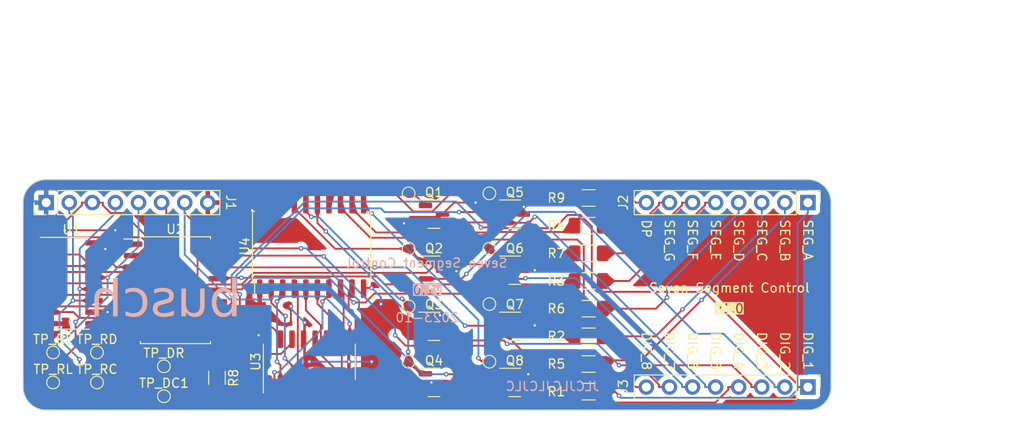
<source format=kicad_pcb>
(kicad_pcb (version 20221018) (generator pcbnew)
  (title_block (title "Seven Segment Control") (date "2023-10") (rev "v1.0") (company "busch"))
  (layers (0 "F.Cu" signal) (31 "B.Cu" signal) (34 "B.Paste" user) (35 "F.Paste" user) (36 "B.SilkS" user "B.Silkscreen") (37 "F.SilkS" user "F.Silkscreen") (38 "B.Mask" user) (39 "F.Mask" user) (44 "Edge.Cuts" user))
  (net 0 "")
  (net 1 "+5V")
  (net 2 "/REG_CLOCK")
  (net 3 "/REG_DATA")
  (net 4 "/REG_LATCH")
  (net 5 "/~{REG_ENABLE}")
  (net 6 "/DEC_CLOCK")
  (net 7 "/DEC_RESET")
  (net 8 "GND")
  (net 9 "/SEG_A")
  (net 10 "/SEG_B")
  (net 11 "/SEG_C")
  (net 12 "/SEG_D")
  (net 13 "/SEG_E")
  (net 14 "/SEG_F")
  (net 15 "/SEG_G")
  (net 16 "/DP")
  (net 17 "/DIG_1")
  (net 18 "/DIG_2")
  (net 19 "/DIG_3")
  (net 20 "/DIG_4")
  (net 21 "/DIG_5")
  (net 22 "/DIG_6")
  (net 23 "/DIG_7")
  (net 24 "/DIG_8")
  (net 25 "/DEC_1")
  (net 26 "/DEC_2")
  (net 27 "/DEC_3")
  (net 28 "/DEC_4")
  (net 29 "/DEC_5")
  (net 30 "/DEC_6")
  (net 31 "/DEC_7")
  (net 32 "/DEC_8")
  (net 33 "Net-(U2-O1)")
  (net 34 "Net-(U2-O3)")
  (net 35 "Net-(U2-O5)")
  (net 36 "Net-(U2-O7)")
  (net 37 "Net-(U2-O2)")
  (net 38 "Net-(U2-O4)")
  (net 39 "Net-(U2-O6)")
  (net 40 "Net-(U2-O8)")
  (net 43 "Net-(U3-Q5)")
  (net 44 "Net-(U3-Q1)")
  (net 45 "Net-(U3-Q0)")
  (net 46 "Net-(U3-Q2)")
  (net 47 "Net-(U3-Q6)")
  (net 48 "Net-(U3-Q7)")
  (net 49 "Net-(U3-Q3)")
  (net 50 "Net-(U3-Q4)")
  (net 53 "/QA")
  (net 54 "/QB")
  (net 55 "/QC")
  (net 56 "/QD")
  (net 57 "/QE")
  (net 58 "/QF")
  (net 59 "/QG")
  (net 60 "/QH")
  (footprint "Package_TO_SOT_SMD:SOT-23" (layer "F.Cu") (at 88.102 63.972)
    (fp_text reference "Q8")
    (fp_text value "BSS84")
  )
  (footprint "Resistor_SMD:R_1206_3216Metric_Pad1.30x1.75mm_HandSolder" (layer "F.Cu") (at 55.336 63.464 -90)
    (fp_text reference "R8")
    (fp_text value "10K")
  )
  (footprint "TestPoint:TestPoint_Pad_D1.0mm" (layer "F.Cu") (at 76.418 61.686)
    (fp_text reference "TP_DEC4" hide)
    (fp_text value "~")
  )
  (footprint "TestPoint:TestPoint_Pad_D1.0mm" (layer "F.Cu") (at 37.302 63.972)
    (fp_text reference "TP_RL")
    (fp_text value "~")
  )
  (footprint "Package_TO_SOT_SMD:SOT-23" (layer "F.Cu") (at 88.102 57.7913)
    (fp_text reference "Q7")
    (fp_text value "BSS84")
  )
  (footprint "Package_TO_SOT_SMD:SOT-23" (layer "F.Cu") (at 88.102 51.6107)
    (fp_text reference "Q6")
    (fp_text value "BSS84")
  )
  (footprint "TestPoint:TestPoint_Pad_D1.0mm" (layer "F.Cu") (at 37.302 60.67)
    (fp_text reference "TP_RE")
    (fp_text value "~")
  )
  (footprint "Package_TO_SOT_SMD:SOT-23" (layer "F.Cu") (at 79.212 51.6107)
    (fp_text reference "Q2")
    (fp_text value "BSS84")
  )
  (footprint "TestPoint:TestPoint_Pad_D1.0mm" (layer "F.Cu") (at 85.308 49.24)
    (fp_text reference "TP_DEC6" hide)
    (fp_text value "~")
  )
  (footprint "Connector_PinHeader_2.54mm:PinHeader_1x08_P2.54mm_Vertical" (layer "F.Cu") (at 120.36 44.16 -90)
    (fp_text reference "J2")
    (fp_text value "Segments")
  )
  (footprint "TestPoint:TestPoint_Pad_D1.0mm" (layer "F.Cu") (at 85.308 61.686)
    (fp_text reference "TP_DEC8" hide)
    (fp_text value "~")
  )
  (footprint "Package_TO_SOT_SMD:SOT-23" (layer "F.Cu") (at 79.212 45.43)
    (fp_text reference "Q1")
    (fp_text value "BSS84")
  )
  (footprint "Resistor_SMD:R_1206_3216Metric_Pad1.30x1.75mm_HandSolder" (layer "F.Cu") (at 96.23 43.652 180)
    (fp_text reference "R9")
    (fp_text value "150")
  )
  (footprint "Resistor_SMD:R_1206_3216Metric_Pad1.30x1.75mm_HandSolder" (layer "F.Cu") (at 96.23 46.7 180)
    (fp_text reference "R4")
    (fp_text value "150")
  )
  (footprint "Package_SO:SOIC-18W_7.5x11.6mm_P1.27mm" (layer "F.Cu") (at 50.764 53.812)
    (fp_text reference "U2")
    (fp_text value "ULN2803A")
  )
  (footprint "TestPoint:TestPoint_Pad_D1.0mm" (layer "F.Cu") (at 49.494 62.194)
    (fp_text reference "TP_DR")
    (fp_text value "~")
  )
  (footprint "TestPoint:TestPoint_Pad_D1.0mm" (layer "F.Cu") (at 76.418 55.59)
    (fp_text reference "TP_DEC3" hide)
    (fp_text value "~")
  )
  (footprint "Package_TO_SOT_SMD:SOT-23" (layer "F.Cu") (at 88.102 45.43)
    (fp_text reference "Q5")
    (fp_text value "BSS84")
  )
  (footprint "Package_TO_SOT_SMD:SOT-23" (layer "F.Cu") (at 79.212 63.972)
    (fp_text reference "Q4")
    (fp_text value "BSS84")
  )
  (footprint "Connector_PinHeader_2.54mm:PinHeader_1x08_P2.54mm_Vertical" (layer "F.Cu") (at 120.36 64.48 -90)
    (fp_text reference "J3")
    (fp_text value "Digits")
  )
  (footprint "Package_SO:SOIC-20W_7.5x12.8mm_P1.27mm" (layer "F.Cu") (at 65.75 48.986 90)
    (fp_text reference "U4")
    (fp_text value "74LS540")
  )
  (footprint "Package_SO:SOIC-16_3.9x9.9mm_P1.27mm" (layer "F.Cu") (at 39.334 53.05)
    (fp_text reference "U1")
    (fp_text value "74HC595")
  )
  (footprint "Resistor_SMD:R_1206_3216Metric_Pad1.30x1.75mm_HandSolder" (layer "F.Cu") (at 96.23 52.796 180)
    (fp_text reference "R3")
    (fp_text value "150")
  )
  (footprint "TestPoint:TestPoint_Pad_D1.0mm" (layer "F.Cu") (at 42.128 60.67)
    (fp_text reference "TP_RD")
    (fp_text value "~")
  )
  (footprint "Package_TO_SOT_SMD:SOT-23" (layer "F.Cu") (at 79.212 57.7913)
    (fp_text reference "Q3")
    (fp_text value "BSS84")
  )
  (footprint "TestPoint:TestPoint_Pad_D1.0mm" (layer "F.Cu") (at 42.128 63.972)
    (fp_text reference "TP_RC")
    (fp_text value "~")
  )
  (footprint "Resistor_SMD:R_1206_3216Metric_Pad1.30x1.75mm_HandSolder" (layer "F.Cu") (at 96.23 55.844 180)
    (fp_text reference "R6")
    (fp_text value "150")
  )
  (footprint "Resistor_SMD:R_1206_3216Metric_Pad1.30x1.75mm_HandSolder" (layer "F.Cu") (at 96.23 58.892 180)
    (fp_text reference "R2")
    (fp_text value "150")
  )
  (footprint "TestPoint:TestPoint_Pad_D1.0mm" (layer "F.Cu") (at 85.308 43.144)
    (fp_text reference "TP_DEC5" hide)
    (fp_text value "~")
  )
  (footprint "TestPoint:TestPoint_Pad_D1.0mm" (layer "F.Cu") (at 85.308 55.336)
    (fp_text reference "TP_DEC7" hide)
    (fp_text value "~")
  )
  (footprint "Package_SO:SOIC-16_3.9x9.9mm_P1.27mm" (layer "F.Cu") (at 65.496 61.686 90)
    (fp_text reference "U3")
    (fp_text value "4017")
  )
  (footprint "Resistor_SMD:R_1206_3216Metric_Pad1.30x1.75mm_HandSolder" (layer "F.Cu") (at 96.23 49.748 180)
    (fp_text reference "R7")
    (fp_text value "150")
  )
  (footprint "TestPoint:TestPoint_Pad_D1.0mm" (layer "F.Cu") (at 76.418 43.144)
    (fp_text reference "TP_DEC1" hide)
    (fp_text value "~")
  )
  (footprint "Connector_PinHeader_2.54mm:PinHeader_1x08_P2.54mm_Vertical" (layer "F.Cu") (at 36.54 44.16 90)
    (fp_text reference "J1")
    (fp_text value "Input")
  )
  (footprint "TestPoint:TestPoint_Pad_D1.0mm" (layer "F.Cu") (at 76.418 49.24)
    (fp_text reference "TP_DEC2" hide)
    (fp_text value "~")
  )
  (footprint "TestPoint:TestPoint_Pad_D1.0mm" (layer "F.Cu") (at 49.494 65.496)
    (fp_text reference "TP_DC1")
    (fp_text value "~")
  )
  (footprint "Resistor_SMD:R_1206_3216Metric_Pad1.30x1.75mm_HandSolder" (layer "F.Cu") (at 96.23 64.988 180)
    (fp_text reference "R1")
    (fp_text value "150")
  )
  (footprint "Resistor_SMD:R_1206_3216Metric_Pad1.30x1.75mm_HandSolder" (layer "F.Cu") (at 96.23 61.94 180)
    (fp_text reference "R5")
    (fp_text value "150")
  )
  (gr_arc (start 34 44.16) (mid 34.743949 42.363949) (end 36.54 41.62) (stroke (width 0.1)) (layer "Edge.Cuts"))
  (gr_arc (start 36.54 67.02) (mid 34.743949 66.276051) (end 34 64.48) (stroke (width 0.1)) (layer "Edge.Cuts"))
  (gr_line (start 36.54 41.62) (end 120.36 41.62) (stroke (width 0.1)) (layer "Edge.Cuts"))
  (gr_line (start 34 44.16) (end 34 64.48) (stroke (width 0.1)) (layer "Edge.Cuts"))
  (gr_arc (start 122.9 64.48) (mid 122.156051 66.276051) (end 120.36 67.02) (stroke (width 0.1)) (layer "Edge.Cuts"))
  (gr_arc (start 120.36 41.62) (mid 122.156051 42.363949) (end 122.9 44.16) (stroke (width 0.1)) (layer "Edge.Cuts"))
  (gr_line (start 122.9 64.48) (end 122.9 44.16) (stroke (width 0.1)) (layer "Edge.Cuts"))
  (gr_line (start 36.54 67.02) (end 120.36 67.02) (stroke (width 0.1)) (layer "Edge.Cuts"))
  (gr_text "${REVISION}" (at 78.45 53.812) (layer "B.SilkS" knockout) (effects (font (size 1 1)) (justify mirror)))
  (gr_text "${ISSUE_DATE}" (at 78.45 57.414875) (layer "B.SilkS") (effects (font (size 1 1)) (justify bottom mirror)))
  (gr_text "${COMPANY}" (at 41.366 57.368) (layer "B.SilkS") (effects (font (size 4 4)) (justify right bottom mirror)))
  (gr_text "${TITLE}" (at 78.45 50.810875) (layer "B.SilkS") (effects (font (size 1 1)) (justify mirror)))
  (gr_text "JLCJLCJLCJLC" (at 97.5 64.988) (layer "B.SilkS") (effects (font (size 1 1)) (justify left bottom mirror)))
  (gr_text locked "DIG_7" (at 105.12 62.702 270) (layer "F.SilkS") (effects (font (size 1 1)) (justify right)))
  (gr_text "${TITLE}" (at 111.724 53.558) (layer "F.SilkS") (effects (font (size 1 1))))
  (gr_text locked "SEG_F" (at 107.66 45.938 270) (layer "F.SilkS") (effects (font (size 1 1)) (justify left)))
  (gr_text locked "SEG_C" (at 115.28 45.938 270) (layer "F.SilkS") (effects (font (size 1 1)) (justify left)))
  (gr_text locked "SEG_D" (at 112.74 45.938 270) (layer "F.SilkS") (effects (font (size 1 1)) (justify left)))
  (gr_text locked "DIG_2" (at 117.82 62.702 270) (layer "F.SilkS") (effects (font (size 1 1)) (justify right)))
  (gr_text locked "DIG_4" (at 112.74 62.702 270) (layer "F.SilkS") (effects (font (size 1 1)) (justify right)))
  (gr_text locked "DIG_3" (at 115.28 62.702 270) (layer "F.SilkS") (effects (font (size 1 1)) (justify right)))
  (gr_text locked "DIG_1" (at 120.36 62.702 270) (layer "F.SilkS") (effects (font (size 1 1)) (justify right)))
  (gr_text locked "SEG_G" (at 105.12 45.938 270) (layer "F.SilkS") (effects (font (size 1 1)) (justify left)))
  (gr_text locked "DP" (at 102.58 45.938 270) (layer "F.SilkS") (effects (font (size 1 1)) (justify left)))
  (gr_text locked "DIG_6" (at 107.66 62.702 270) (layer "F.SilkS") (effects (font (size 1 1)) (justify right)))
  (gr_text locked "DIG_5" (at 110.2 62.702 270) (layer "F.SilkS") (effects (font (size 1 1)) (justify right)))
  (gr_text locked "SEG_E" (at 110.2 45.938 270) (layer "F.SilkS") (effects (font (size 1 1)) (justify left)))
  (gr_text locked "SEG_B" (at 117.82 45.938 270) (layer "F.SilkS") (effects (font (size 1 1)) (justify left)))
  (gr_text locked "DIG_8" (at 102.58 62.702 270) (layer "F.SilkS") (effects (font (size 1 1)) (justify right)))
  (gr_text locked "SEG_A" (at 120.36 45.938 270) (layer "F.SilkS") (effects (font (size 1 1)) (justify left)))
  (gr_text "${REVISION}" (at 111.724 55.844) (layer "F.SilkS" knockout) (effects (font (size 1 1))))
  (segment (start 80.1495 45.43) (end 79.8495 45.73) (width 0.2) (layer "F.Cu") (net 1))
  (segment (start 89.136 57.6948) (end 89.0395 57.7913) (width 0.2) (layer "F.Cu") (net 1))
  (segment (start 89.0439 51.6063) (end 89.0395 51.6107) (width 0.2) (layer "F.Cu") (net 1))
  (segment (start 44.16 47.208) (end 38.572 47.208) (width 0.2) (layer "F.Cu") (net 1))
  (segment (start 80.1495 45.43) (end 81.4195 44.16) (width 0.2) (layer "F.Cu") (net 1))
  (segment (start 81.4195 44.16) (end 83.784 44.16) (width 0.2) (layer "F.Cu") (net 1))
  (segment (start 76.626 45.73) (end 75.91 46.446) (width 0.2) (layer "F.Cu") (net 1))
  (segment (start 80.1495 56.8378) (end 80.1495 57.7913) (width 0.2) (layer "F.Cu") (net 1))
  (segment (start 43.2923 56.225) (end 41.809 56.225) (width 0.2) (layer "F.Cu") (net 1))
  (segment (start 81.6843 51.7182) (end 80.257 51.7182) (width 0.2) (layer "F.Cu") (net 1))
  (segment (start 80.257 51.7182) (end 80.1495 51.6107) (width 0.2) (layer "F.Cu") (net 1))
  (segment (start 89.0395 63.6164) (end 89.0395 63.972) (width 0.2) (layer "F.Cu") (net 1))
  (segment (start 90.3013 57.6948) (end 89.136 57.6948) (width 0.2) (layer "F.Cu") (net 1))
  (segment (start 59.3604 45.0106) (end 60.035 44.336) (width 0.2) (layer "F.Cu") (net 1))
  (segment (start 60.6113 58.7713) (end 59.921 58.7713) (width 0.2) (layer "F.Cu") (net 1))
  (segment (start 59.1922 45.0106) (end 59.3604 45.0106) (width 0.2) (layer "F.Cu") (net 1))
  (segment (start 90.3013 51.6063) (end 89.0439 51.6063) (width 0.2) (layer "F.Cu") (net 1))
  (segment (start 89.0395 45.43) (end 89.0395 44.6659) (width 0.2) (layer "F.Cu") (net 1))
  (segment (start 78.9307 63.972) (end 80.1495 63.972) (width 0.2) (layer "F.Cu") (net 1))
  (segment (start 79.8495 45.73) (end 76.626 45.73) (width 0.2) (layer "F.Cu") (net 1))
  (segment (start 89.0395 44.6659) (end 89.0946 44.6108) (width 0.2) (layer "F.Cu") (net 1))
  (segment (start 61.051 59.211) (end 60.6113 58.7713) (width 0.2) (layer "F.Cu") (net 1))
  (segment (start 43.0448 49.2731) (end 42.3767 48.605) (width 0.2) (layer "F.Cu") (net 1))
  (segment (start 89.5875 63.0684) (end 89.0395 63.6164) (width 0.2) (layer "F.Cu") (net 1))
  (segment (start 42.3767 48.605) (end 41.809 48.605) (width 0.2) (layer "F.Cu") (net 1))
  (segment (start 79.8838 56.5721) (end 80.1495 56.8378) (width 0.2) (layer "F.Cu") (net 1))
  (via (at 89.0946 44.6108) (size 0.5) (drill 0.25) (layers "F.Cu" "B.Cu") (net 1))
  (via (at 79.8838 56.5721) (size 0.5) (drill 0.25) (layers "F.Cu" "B.Cu") (net 1))
  (via (at 43.0448 49.2731) (size 0.5) (drill 0.25) (layers "F.Cu" "B.Cu") (net 1))
  (via (at 59.921 58.7713) (size 0.5) (drill 0.25) (layers "F.Cu" "B.Cu") (net 1))
  (via (at 83.784 44.16) (size 0.5) (drill 0.25) (layers "F.Cu" "B.Cu") (net 1))
  (via (at 43.2923 56.225) (size 0.5) (drill 0.25) (layers "F.Cu" "B.Cu") (net 1))
  (via (at 90.3013 57.6948) (size 0.5) (drill 0.25) (layers "F.Cu" "B.Cu") (net 1))
  (via (at 78.9307 63.972) (size 0.5) (drill 0.25) (layers "F.Cu" "B.Cu") (net 1))
  (via (at 89.5875 63.0684) (size 0.5) (drill 0.25) (layers "F.Cu" "B.Cu") (net 1))
  (via (at 75.91 46.446) (size 0.5) (drill 0.25) (layers "F.Cu" "B.Cu") (net 1))
  (via (at 59.1922 45.0106) (size 0.5) (drill 0.25) (layers "F.Cu" "B.Cu") (net 1))
  (via (at 90.3013 51.6063) (size 0.5) (drill 0.25) (layers "F.Cu" "B.Cu") (net 1))
  (via (at 38.572 47.208) (size 0.5) (drill 0.25) (layers "F.Cu" "B.Cu") (net 1))
  (via (at 44.16 47.208) (size 0.5) (drill 0.25) (layers "F.Cu" "B.Cu") (net 1))
  (via (at 81.6843 51.7182) (size 0.5) (drill 0.25) (layers "F.Cu" "B.Cu") (net 1))
  (segment (start 39.4889 54.955) (end 39.4857 54.9518) (width 0.2) (layer "F.Cu") (net 2))
  (segment (start 40.2061 62.0501) (end 42.128 63.972) (width 0.2) (layer "F.Cu") (net 2))
  (segment (start 40.2061 61.4204) (end 40.2061 62.0501) (width 0.2) (layer "F.Cu") (net 2))
  (segment (start 41.809 54.955) (end 39.4889 54.955) (width 0.2) (layer "F.Cu") (net 2))
  (via (at 40.2061 61.4204) (size 0.5) (drill 0.25) (layers "F.Cu" "B.Cu") (net 2))
  (via (at 39.4857 54.9518) (size 0.5) (drill 0.25) (layers "F.Cu" "B.Cu") (net 2))
  (segment (start 39.08 44.16) (end 39.08 45.3119) (width 0.2) (layer "B.Cu") (net 2))
  (segment (start 39.4857 45.7176) (end 39.4857 54.9518) (width 0.2) (layer "B.Cu") (net 2))
  (segment (start 39.08 45.3119) (end 39.4857 45.7176) (width 0.2) (layer "B.Cu") (net 2))
  (segment (start 38.0016 56.4359) (end 38.0016 59.2159) (width 0.2) (layer "B.Cu") (net 2))
  (segment (start 39.4857 54.9518) (end 38.0016 56.4359) (width 0.2) (layer "B.Cu") (net 2))
  (segment (start 38.0016 59.2159) (end 40.2061 61.4204) (width 0.2) (layer "B.Cu") (net 2))
  (segment (start 37.9349 50.51) (end 35.8402 50.51) (width 0.2) (layer "F.Cu") (net 3))
  (segment (start 43.6357 45.3119) (end 42.7719 44.4481) (width 0.2) (layer "F.Cu") (net 3))
  (segment (start 42.7719 44.4481) (end 42.7719 44.16) (width 0.2) (layer "F.Cu") (net 3))
  (segment (start 38.5699 51.145) (end 37.9349 50.51) (width 0.2) (layer "F.Cu") (net 3))
  (segment (start 44.541 58.257) (end 47.213 58.257) (width 0.2) (layer "F.Cu") (net 3))
  (segment (start 36.201 47.5795) (end 37.3171 47.5795) (width 0.2) (layer "F.Cu") (net 3))
  (segment (start 47.8811 48.1784) (end 45.0146 45.3119) (width 0.2) (layer "F.Cu") (net 3))
  (segment (start 35.8402 50.51) (end 35.5759 50.2457) (width 0.2) (layer "F.Cu") (net 3))
  (segment (start 35.5759 48.2046) (end 36.201 47.5795) (width 0.2) (layer "F.Cu") (net 3))
  (segment (start 41.809 51.145) (end 38.5699 51.145) (width 0.2) (layer "F.Cu") (net 3))
  (segment (start 35.5759 50.2457) (end 35.5759 48.2046) (width 0.2) (layer "F.Cu") (net 3))
  (segment (start 47.8811 57.5889) (end 47.8811 48.1784) (width 0.2) (layer "F.Cu") (net 3))
  (segment (start 37.3171 47.5795) (end 40.4681 44.4285) (width 0.2) (layer "F.Cu") (net 3))
  (segment (start 45.0146 45.3119) (end 43.6357 45.3119) (width 0.2) (layer "F.Cu") (net 3))
  (segment (start 47.213 58.257) (end 47.8811 57.5889) (width 0.2) (layer "F.Cu") (net 3))
  (segment (start 42.128 60.67) (end 44.541 58.257) (width 0.2) (layer "F.Cu") (net 3))
  (segment (start 40.4681 44.4285) (end 40.4681 44.16) (width 0.2) (layer "F.Cu") (net 3))
  (segment (start 41.62 44.16) (end 40.4681 44.16) (width 0.2) (layer "F.Cu") (net 3))
  (segment (start 41.62 44.16) (end 42.7719 44.16) (width 0.2) (layer "F.Cu") (net 3))
  (segment (start 41.809 53.685) (end 40.2447 53.685) (width 0.2) (layer "F.Cu") (net 4))
  (segment (start 37.302 62.4936) (end 39.7709 60.0247) (width 0.2) (layer "F.Cu") (net 4))
  (segment (start 37.302 63.972) (end 37.302 62.4936) (width 0.2) (layer "F.Cu") (net 4))
  (segment (start 39.7709 60.0247) (end 39.7709 57.3028) (width 0.2) (layer "F.Cu") (net 4))
  (segment (start 40.2447 53.685) (end 40.2335 53.6738) (width 0.2) (layer "F.Cu") (net 4))
  (via (at 40.2335 53.6738) (size 0.5) (drill 0.25) (layers "F.Cu" "B.Cu") (net 4))
  (via (at 39.7709 57.3028) (size 0.5) (drill 0.25) (layers "F.Cu" "B.Cu") (net 4))
  (segment (start 40.2335 49.2384) (end 40.2335 53.6738) (width 0.2) (layer "B.Cu") (net 4))
  (segment (start 44.16 45.3119) (end 40.2335 49.2384) (width 0.2) (layer "B.Cu") (net 4))
  (segment (start 40.2335 53.6738) (end 40.2335 56.8402) (width 0.2) (layer "B.Cu") (net 4))
  (segment (start 44.16 44.16) (end 44.16 45.3119) (width 0.2) (layer "B.Cu") (net 4))
  (segment (start 40.2335 56.8402) (end 39.7709 57.3028) (width 0.2) (layer "B.Cu") (net 4))
  (segment (start 38.5535 58.918) (end 37.302 60.1695) (width 0.2) (layer "F.Cu") (net 5))
  (segment (start 37.302 60.1695) (end 37.302 60.67) (width 0.2) (layer "F.Cu") (net 5))
  (segment (start 41.809 52.415) (end 43.2792 52.415) (width 0.2) (layer "F.Cu") (net 5))
  (segment (start 43.2792 52.415) (end 43.2923 52.4281) (width 0.2) (layer "F.Cu") (net 5))
  (via (at 43.2923 52.4281) (size 0.5) (drill 0.25) (layers "F.Cu" "B.Cu") (net 5))
  (via (at 38.5535 58.918) (size 0.5) (drill 0.25) (layers "F.Cu" "B.Cu") (net 5))
  (segment (start 46.7 44.16) (end 46.7 49.0204) (width 0.2) (layer "B.Cu") (net 5))
  (segment (start 43.2923 54.5621) (end 38.9364 58.918) (width 0.2) (layer "B.Cu") (net 5))
  (segment (start 43.2923 52.4281) (end 43.2923 54.5621) (width 0.2) (layer "B.Cu") (net 5))
  (segment (start 38.9364 58.918) (end 38.5535 58.918) (width 0.2) (layer "B.Cu") (net 5))
  (segment (start 46.7 49.0204) (end 43.2923 52.4281) (width 0.2) (layer "B.Cu") (net 5))
  (segment (start 49.748 44.668) (end 49.24 44.16) (width 0.2) (layer "F.Cu") (net 6))
  (segment (start 49.24 63.972) (end 47.97 62.702) (width 0.2) (layer "F.Cu") (net 6))
  (segment (start 63.591 59.6048) (end 63.591 59.211) (width 0.2) (layer "F.Cu") (net 6))
  (segment (start 49.494 65.496) (end 50.5633 64.4267) (width 0.2) (layer "F.Cu") (net 6))
  (segment (start 56.4235 60.8265) (end 62.3693 60.8265) (width 0.2) (layer "F.Cu") (net 6))
  (segment (start 53.076 61.914) (end 55.336 61.914) (width 0.2) (layer "F.Cu") (net 6))
  (segment (start 47.97 61.686) (end 49.748 59.908) (width 0.2) (layer "F.Cu") (net 6))
  (segment (start 50.5633 64.4267) (end 53.076 61.914) (width 0.2) (layer "F.Cu") (net 6))
  (segment (start 49.748 59.908) (end 49.748 44.668) (width 0.2) (layer "F.Cu") (net 6))
  (segment (start 47.97 62.702) (end 47.97 61.686) (width 0.2) (layer "F.Cu") (net 6))
  (segment (start 55.336 61.914) (end 56.4235 60.8265) (width 0.2) (layer "F.Cu") (net 6))
  (segment (start 50.1086 63.972) (end 49.24 63.972) (width 0.2) (layer "F.Cu") (net 6))
  (segment (start 50.5633 64.4267) (end 50.1086 63.972) (width 0.2) (layer "F.Cu") (net 6))
  (segment (start 62.3693 60.8265) (end 63.591 59.6048) (width 0.2) (layer "F.Cu") (net 6))
  (segment (start 51.78 44.16) (end 51.78 45.3119) (width 0.2) (layer "F.Cu") (net 7))
  (segment (start 51.78 45.3119) (end 53.1967 46.7286) (width 0.2) (layer "F.Cu") (net 7))
  (segment (start 61.4565 57.9225) (end 57.2945 57.9225) (width 0.2) (layer "F.Cu") (net 7))
  (segment (start 69.9415 57.5171) (end 69.941 57.5176) (width 0.2) (layer "F.Cu") (net 7))
  (segment (start 57.2945 57.9225) (end 56.96 58.257) (width 0.2) (layer "F.Cu") (net 7))
  (segment (start 53.1967 58.4913) (end 49.494 62.194) (width 0.2) (layer "F.Cu") (net 7))
  (segment (start 69.941 57.5176) (end 69.941 59.211) (width 0.2) (layer "F.Cu") (net 7))
  (segment (start 62.321 58.787) (end 61.4565 57.9225) (width 0.2) (layer "F.Cu") (net 7))
  (segment (start 53.1967 46.7286) (end 53.1967 58.257) (width 0.2) (layer "F.Cu") (net 7))
  (segment (start 53.1967 58.257) (end 53.1967 58.4913) (width 0.2) (layer "F.Cu") (net 7))
  (segment (start 56.96 58.257) (end 53.1967 58.257) (width 0.2) (layer "F.Cu") (net 7))
  (segment (start 62.321 59.211) (end 62.321 58.787) (width 0.2) (layer "F.Cu") (net 7))
  (via (at 69.9415 57.5171) (size 0.5) (drill 0.25) (layers "F.Cu" "B.Cu") (net 7))
  (segment (start 51.78 44.16) (end 51.78 49.8849) (width 0.2) (layer "B.Cu") (net 7))
  (segment (start 61.5124 54.4951) (end 67.1737 54.4951) (width 0.2) (layer "B.Cu") (net 7))
  (segment (start 67.1737 54.4951) (end 69.9415 57.2629) (width 0.2) (layer "B.Cu") (net 7))
  (segment (start 56.7311 54.836) (end 61.1715 54.836) (width 0.2) (layer "B.Cu") (net 7))
  (segment (start 51.78 49.8849) (end 56.7311 54.836) (width 0.2) (layer "B.Cu") (net 7))
  (segment (start 69.9415 57.2629) (end 69.9415 57.5171) (width 0.2) (layer "B.Cu") (net 7))
  (segment (start 61.1715 54.836) (end 61.5124 54.4951) (width 0.2) (layer "B.Cu") (net 7))
  (segment (start 44.922 58.892) (end 44.414 59.4) (width 0.3) (layer "F.Cu") (net 8))
  (segment (start 69.941 61.7715) (end 69.941 64.161) (width 0.2) (layer "F.Cu") (net 8))
  (segment (start 46.114 58.892) (end 48.224 58.892) (width 0.3) (layer "F.Cu") (net 8))
  (segment (start 63.464 55.59) (end 63.464 57.368) (width 0.2) (layer "F.Cu") (net 8))
  (segment (start 46.114 58.892) (end 44.922 58.892) (width 0.3) (layer "F.Cu") (net 8))
  (segment (start 72.354 53.558) (end 71.543 53.558) (width 0.2) (layer "F.Cu") (net 8))
  (segment (start 44.414 59.4) (end 44.414 60.416) (width 0.3) (layer "F.Cu") (net 8))
  (segment (start 69.8555 61.686) (end 69.941 61.7715) (width 0.2) (layer "F.Cu") (net 8))
  (segment (start 71.543 53.558) (end 71.465 53.636) (width 0.2) (layer "F.Cu") (net 8))
  (via (at 63.464 55.59) (size 0.5) (drill 0.25) (layers "F.Cu" "B.Cu") (net 8))
  (via (at 72.354 53.558) (size 0.5) (drill 0.25) (layers "F.Cu" "B.Cu") (net 8))
  (via (at 73.37 55.336) (size 0.5) (drill 0.25) (layers "F.Cu" "B.Cu") (net 8))
  (via (at 65.496 61.686) (size 0.5) (drill 0.25) (layers "F.Cu" "B.Cu") (net 8))
  (via (at 69.8555 61.686) (size 0.5) (drill 0.25) (layers "F.Cu" "B.Cu") (net 8))
  (via (at 72.354 61.686) (size 0.5) (drill 0.25) (layers "F.Cu" "B.Cu") (net 8))
  (via (at 64.988 57.368) (size 0.5) (drill 0.25) (layers "F.Cu" "B.Cu") (net 8))
  (segment (start 69.8555 61.686) (end 72.354 61.686) (width 0.2) (layer "B.Cu") (net 8))
  (segment (start 65.496 61.686) (end 69.8555 61.686) (width 0.2) (layer "B.Cu") (net 8))
  (segment (start 73.37 55.336) (end 73.37 54.574) (width 0.2) (layer "B.Cu") (net 8))
  (segment (start 64.988 57.368) (end 63.464 55.844) (width 0.2) (layer "B.Cu") (net 8))
  (segment (start 73.37 54.574) (end 72.354 53.558) (width 0.2) (layer "B.Cu") (net 8))
  (segment (start 63.464 55.844) (end 63.464 55.59) (width 0.2) (layer "B.Cu") (net 8))
  (segment (start 97.78 64.988) (end 99.1306 64.988) (width 0.2) (layer "F.Cu") (net 9))
  (segment (start 99.1306 64.988) (end 99.578 65.4354) (width 0.2) (layer "F.Cu") (net 9))
  (via (at 99.578 65.4354) (size 0.5) (drill 0.25) (layers "F.Cu" "B.Cu") (net 9))
  (segment (start 118.3197 65.6628) (end 119.2081 64.7744) (width 0.2) (layer "B.Cu") (net 9))
  (segment (start 119.2081 64.7744) (end 119.2081 46.4638) (width 0.2) (layer "B.Cu") (net 9))
  (segment (start 99.578 65.4354) (end 99.8054 65.6628) (width 0.2) (layer "B.Cu") (net 9))
  (segment (start 119.2081 46.4638) (end 120.36 45.3119) (width 0.2) (layer "B.Cu") (net 9))
  (segment (start 99.8054 65.6628) (end 118.3197 65.6628) (width 0.2) (layer "B.Cu") (net 9))
  (segment (start 120.36 44.16) (end 120.36 45.3119) (width 0.2) (layer "B.Cu") (net 9))
  (segment (start 108.6569 54.8863) (end 102.0108 61.5324) (width 0.2) (layer "F.Cu") (net 10))
  (segment (start 98.1876 61.5324) (end 97.78 61.94) (width 0.2) (layer "F.Cu") (net 10))
  (segment (start 102.0108 61.5324) (end 98.1876 61.5324) (width 0.2) (layer "F.Cu") (net 10))
  (via (at 108.6569 54.8863) (size 0.5) (drill 0.25) (layers "F.Cu" "B.Cu") (net 10))
  (segment (start 117.82 44.16) (end 117.82 45.7232) (width 0.2) (layer "B.Cu") (net 10))
  (segment (start 117.82 45.7232) (end 108.6569 54.8863) (width 0.2) (layer "B.Cu") (net 10))
  (segment (start 103.5834 58.892) (end 106.5605 55.9149) (width 0.2) (layer "F.Cu") (net 11))
  (segment (start 97.78 58.892) (end 103.5834 58.892) (width 0.2) (layer "F.Cu") (net 11))
  (via (at 106.5605 55.9149) (size 0.5) (drill 0.25) (layers "F.Cu" "B.Cu") (net 11))
  (segment (start 115.28 44.16) (end 115.28 47.1954) (width 0.2) (layer "B.Cu") (net 11))
  (segment (start 115.28 47.1954) (end 106.5605 55.9149) (width 0.2) (layer "B.Cu") (net 11))
  (segment (start 103.6294 55.844) (end 104.8618 54.6116) (width 0.2) (layer "F.Cu") (net 12))
  (segment (start 97.78 55.844) (end 103.6294 55.844) (width 0.2) (layer "F.Cu") (net 12))
  (via (at 104.8618 54.6116) (size 0.5) (drill 0.25) (layers "F.Cu" "B.Cu") (net 12))
  (segment (start 112.74 44.16) (end 112.74 45.3119) (width 0.2) (layer "B.Cu") (net 12))
  (segment (start 104.8618 54.6116) (end 104.8618 53.1901) (width 0.2) (layer "B.Cu") (net 12))
  (segment (start 104.8618 53.1901) (end 112.74 45.3119) (width 0.2) (layer "B.Cu") (net 12))
  (segment (start 97.78 52.796) (end 100.6806 52.796) (width 0.2) (layer "F.Cu") (net 13))
  (segment (start 100.6806 52.796) (end 109.0481 44.4285) (width 0.2) (layer "F.Cu") (net 13))
  (segment (start 110.2 44.16) (end 109.0481 44.16) (width 0.2) (layer "F.Cu") (net 13))
  (segment (start 109.0481 44.4285) (end 109.0481 44.16) (width 0.2) (layer "F.Cu") (net 13))
  (segment (start 106.5081 44.4285) (end 106.5081 44.16) (width 0.2) (layer "F.Cu") (net 14))
  (segment (start 101.1886 49.748) (end 106.5081 44.4285) (width 0.2) (layer "F.Cu") (net 14))
  (segment (start 107.66 44.16) (end 106.5081 44.16) (width 0.2) (layer "F.Cu") (net 14))
  (segment (start 97.78 49.748) (end 101.1886 49.748) (width 0.2) (layer "F.Cu") (net 14))
  (segment (start 105.12 44.16) (end 103.9681 44.16) (width 0.2) (layer "F.Cu") (net 15))
  (segment (start 103.9681 44.4205) (end 101.6886 46.7) (width 0.2) (layer "F.Cu") (net 15))
  (segment (start 101.6886 46.7) (end 97.78 46.7) (width 0.2) (layer "F.Cu") (net 15))
  (segment (start 103.9681 44.16) (end 103.9681 44.4205) (width 0.2) (layer "F.Cu") (net 15))
  (segment (start 100.9201 43.652) (end 101.4281 44.16) (width 0.2) (layer "F.Cu") (net 16))
  (segment (start 102.58 44.16) (end 101.4281 44.16) (width 0.2) (layer "F.Cu") (net 16))
  (segment (start 97.78 43.652) (end 100.9201 43.652) (width 0.2) (layer "F.Cu") (net 16))
  (segment (start 78.3128 46.3417) (end 78.2745 46.38) (width 0.2) (layer "F.Cu") (net 17))
  (segment (start 120.36 64.48) (end 119.2081 64.48) (width 0.2) (layer "F.Cu") (net 17))
  (segment (start 95.3097 45.5212) (end 93.9166 45.5212) (width 0.2) (layer "F.Cu") (net 17))
  (segment (start 92.455 46.9828) (end 86.0647 46.9828) (width 0.2) (layer "F.Cu") (net 17))
  (segment (start 119.2081 64.48) (end 119.2081 64.192) (width 0.2) (layer "F.Cu") (net 17))
  (segment (start 93.9166 45.5212) (end 92.455 46.9828) (width 0.2) (layer "F.Cu") (net 17))
  (segment (start 86.0647 46.9828) (end 85.4236 46.3417) (width 0.2) (layer "F.Cu") (net 17))
  (segment (start 119.2081 64.192) (end 109.0045 53.9884) (width 0.2) (layer "F.Cu") (net 17))
  (segment (start 96.5776 53.4047) (end 96.5776 46.7891) (width 0.2) (layer "F.Cu") (net 17))
  (segment (start 109.0045 53.9884) (end 97.1613 53.9884) (width 0.2) (layer "F.Cu") (net 17))
  (segment (start 97.1613 53.9884) (end 96.5776 53.4047) (width 0.2) (layer "F.Cu") (net 17))
  (segment (start 96.5776 46.7891) (end 95.3097 45.5212) (width 0.2) (layer "F.Cu") (net 17))
  (segment (start 85.4236 46.3417) (end 78.3128 46.3417) (width 0.2) (layer "F.Cu") (net 17))
  (segment (start 82.2403 52.5607) (end 82.7751 52.0259) (width 0.2) (layer "F.Cu") (net 18))
  (segment (start 78.2745 52.5607) (end 82.2403 52.5607) (width 0.2) (layer "F.Cu") (net 18))
  (via (at 82.7751 52.0259) (size 0.5) (drill 0.25) (layers "F.Cu" "B.Cu") (net 18))
  (segment (start 108.081 58.6112) (end 111.0678 58.6112) (width 0.2) (layer "B.Cu") (net 18))
  (segment (start 89.6174 45.1836) (end 94.6534 45.1836) (width 0.2) (layer "B.Cu") (net 18))
  (segment (start 111.0678 58.6112) (end 116.6681 64.2115) (width 0.2) (layer "B.Cu") (net 18))
  (segment (start 82.7751 52.0259) (end 89.6174 45.1836) (width 0.2) (layer "B.Cu") (net 18))
  (segment (start 117.82 64.48) (end 116.6681 64.48) (width 0.2) (layer "B.Cu") (net 18))
  (segment (start 94.6534 45.1836) (end 108.081 58.6112) (width 0.2) (layer "B.Cu") (net 18))
  (segment (start 116.6681 64.2115) (end 116.6681 64.48) (width 0.2) (layer "B.Cu") (net 18))
  (segment (start 99.578 62.0843) (end 112.0009 62.0843) (width 0.2) (layer "F.Cu") (net 19))
  (segment (start 114.1281 64.2115) (end 114.1281 64.48) (width 0.2) (layer "F.Cu") (net 19))
  (segment (start 112.0009 62.0843) (end 114.1281 64.2115) (width 0.2) (layer "F.Cu") (net 19))
  (segment (start 115.28 64.48) (end 114.1281 64.48) (width 0.2) (layer "F.Cu") (net 19))
  (segment (start 78.877 59.3438) (end 86.8828 59.3438) (width 0.2) (layer "F.Cu") (net 19))
  (segment (start 78.2745 58.7413) (end 78.877 59.3438) (width 0.2) (layer "F.Cu") (net 19))
  (segment (start 86.8828 59.3438) (end 87.2573 59.7183) (width 0.2) (layer "F.Cu") (net 19))
  (via (at 87.2573 59.7183) (size 0.5) (drill 0.25) (layers "F.Cu" "B.Cu") (net 19))
  (via (at 99.578 62.0843) (size 0.5) (drill 0.25) (layers "F.Cu" "B.Cu") (net 19))
  (segment (start 87.2573 59.7183) (end 97.212 59.7183) (width 0.2) (layer "B.Cu") (net 19))
  (segment (start 97.212 59.7183) (end 99.578 62.0843) (width 0.2) (layer "B.Cu") (net 19))
  (segment (start 79.5307 66.1782) (end 110.1779 66.1782) (width 0.2) (layer "F.Cu") (net 20))
  (segment (start 78.2745 64.922) (end 79.5307 66.1782) (width 0.2) (layer "F.Cu") (net 20))
  (segment (start 111.5881 64.768) (end 111.5881 64.48) (width 0.2) (layer "F.Cu") (net 20))
  (segment (start 110.1779 66.1782) (end 111.5881 64.768) (width 0.2) (layer "F.Cu") (net 20))
  (segment (start 112.74 64.48) (end 111.5881 64.48) (width 0.2) (layer "F.Cu") (net 20))
  (segment (start 89.6568 46.38) (end 90.3013 45.7355) (width 0.2) (layer "F.Cu") (net 21))
  (segment (start 87.1645 46.38) (end 89.6568 46.38) (width 0.2) (layer "F.Cu") (net 21))
  (via (at 90.3013 45.7355) (size 0.5) (drill 0.25) (layers "F.Cu" "B.Cu") (net 21))
  (segment (start 90.5721 45.7355) (end 109.0481 64.2115) (width 0.2) (layer "B.Cu") (net 21))
  (segment (start 109.0481 64.2115) (end 109.0481 64.48) (width 0.2) (layer "B.Cu") (net 21))
  (segment (start 90.3013 45.7355) (end 90.5721 45.7355) (width 0.2) (layer "B.Cu") (net 21))
  (segment (start 110.2 64.48) (end 109.0481 64.48) (width 0.2) (layer "B.Cu") (net 21))
  (segment (start 89.2099 52.5607) (end 89.2833 52.4873) (width 0.2) (layer "F.Cu") (net 22))
  (segment (start 87.1645 52.5607) (end 89.2099 52.5607) (width 0.2) (layer "F.Cu") (net 22))
  (via (at 89.2833 52.4873) (size 0.5) (drill 0.25) (layers "F.Cu" "B.Cu") (net 22))
  (segment (start 106.5081 64.2115) (end 106.5081 64.48) (width 0.2) (layer "B.Cu") (net 22))
  (segment (start 107.66 64.48) (end 106.5081 64.48) (width 0.2) (layer "B.Cu") (net 22))
  (segment (start 89.2833 52.4873) (end 94.7839 52.4873) (width 0.2) (layer "B.Cu") (net 22))
  (segment (start 94.7839 52.4873) (end 106.5081 64.2115) (width 0.2) (layer "B.Cu") (net 22))
  (segment (start 96.23 62.2177) (end 97.1726 63.1603) (width 0.2) (layer "F.Cu") (net 23))
  (segment (start 87.1645 58.7413) (end 88.8392 60.416) (width 0.2) (layer "F.Cu") (net 23))
  (segment (start 105.12 64.48) (end 103.9681 64.48) (width 0.2) (layer "F.Cu") (net 23))
  (segment (start 96.23 61.6784) (end 96.23 62.2177) (width 0.2) (layer "F.Cu") (net 23))
  (segment (start 97.1726 63.1603) (end 102.9169 63.1603) (width 0.2) (layer "F.Cu") (net 23))
  (segment (start 102.9169 63.1603) (end 103.9681 64.2115) (width 0.2) (layer "F.Cu") (net 23))
  (segment (start 94.9676 60.416) (end 96.23 61.6784) (width 0.2) (layer "F.Cu") (net 23))
  (segment (start 88.8392 60.416) (end 94.9676 60.416) (width 0.2) (layer "F.Cu") (net 23))
  (segment (start 103.9681 64.2115) (end 103.9681 64.48) (width 0.2) (layer "F.Cu") (net 23))
  (segment (start 100.7296 63.7815) (end 101.4281 64.48) (width 0.2) (layer "F.Cu") (net 24))
  (segment (start 87.1645 64.922) (end 91.5385 64.922) (width 0.2) (layer "F.Cu") (net 24))
  (segment (start 92.679 63.7815) (end 100.7296 63.7815) (width 0.2) (layer "F.Cu") (net 24))
  (segment (start 102.58 64.48) (end 101.4281 64.48) (width 0.2) (layer "F.Cu") (net 24))
  (segment (start 91.5385 64.922) (end 92.679 63.7815) (width 0.2) (layer "F.Cu") (net 24))
  (segment (start 75.805 42.531) (end 63.9706 42.531) (width 0.2) (layer "F.Cu") (net 25))
  (segment (start 76.9385 43.144) (end 76.418 43.144) (width 0.2) (layer "F.Cu") (net 25))
  (segment (start 62.575 43.9266) (end 62.575 44.336) (width 0.2) (layer "F.Cu") (net 25))
  (segment (start 78.2745 44.48) (end 76.9385 43.144) (width 0.2) (layer "F.Cu") (net 25))
  (segment (start 76.418 43.144) (end 75.805 42.531) (width 0.2) (layer "F.Cu") (net 25))
  (segment (start 63.9706 42.531) (end 62.575 43.9266) (width 0.2) (layer "F.Cu") (net 25))
  (segment (start 68.3178 49.24) (end 63.845 44.7672) (width 0.2) (layer "F.Cu") (net 26))
  (segment (start 63.845 44.7672) (end 63.845 44.336) (width 0.2) (layer "F.Cu") (net 26))
  (segment (start 78.2745 50.6607) (end 77.8387 50.6607) (width 0.2) (layer "F.Cu") (net 26))
  (segment (start 77.8387 50.6607) (end 76.418 49.24) (width 0.2) (layer "F.Cu") (net 26))
  (segment (start 76.418 49.24) (end 68.3178 49.24) (width 0.2) (layer "F.Cu") (net 26))
  (segment (start 65.7205 45.7266) (end 65.115 45.1211) (width 0.2) (layer "F.Cu") (net 27))
  (segment (start 65.115 45.1211) (end 65.115 44.336) (width 0.2) (layer "F.Cu") (net 27))
  (segment (start 78.2745 56.8413) (end 77.6693 56.8413) (width 0.2) (layer "F.Cu") (net 27))
  (segment (start 76.418 55.4665) (end 76.418 55.59) (width 0.2) (layer "F.Cu") (net 27))
  (segment (start 77.6693 56.8413) (end 76.418 55.59) (width 0.2) (layer "F.Cu") (net 27))
  (segment (start 75.7019 54.7504) (end 76.418 55.4665) (width 0.2) (layer "F.Cu") (net 27))
  (via (at 65.7205 45.7266) (size 0.5) (drill 0.25) (layers "F.Cu" "B.Cu") (net 27))
  (via (at 75.7019 54.7504) (size 0.5) (drill 0.25) (layers "F.Cu" "B.Cu") (net 27))
  (segment (start 75.7019 54.7504) (end 75.3529 54.7504) (width 0.2) (layer "B.Cu") (net 27))
  (segment (start 75.3529 54.7504) (end 71.8218 51.2193) (width 0.2) (layer "B.Cu") (net 27))
  (segment (start 71.8218 51.2193) (end 71.8218 51.0469) (width 0.2) (layer "B.Cu") (net 27))
  (segment (start 66.5015 45.7266) (end 65.7205 45.7266) (width 0.2) (layer "B.Cu") (net 27))
  (segment (start 71.8218 51.0469) (end 66.5015 45.7266) (width 0.2) (layer "B.Cu") (net 27))
  (segment (start 66.385 46.4104) (end 67.3125 47.3379) (width 0.2) (layer "F.Cu") (net 28))
  (segment (start 78.2745 63.022) (end 77.754 63.022) (width 0.2) (layer "F.Cu") (net 28))
  (segment (start 67.3125 47.3379) (end 67.3125 47.3395) (width 0.2) (layer "F.Cu") (net 28))
  (segment (start 76.3677 61.6357) (end 76.3677 60.5945) (width 0.2) (layer "F.Cu") (net 28))
  (segment (start 76.418 61.686) (end 76.3677 61.6357) (width 0.2) (layer "F.Cu") (net 28))
  (segment (start 66.385 44.336) (end 66.385 46.4104) (width 0.2) (layer "F.Cu") (net 28))
  (segment (start 77.754 63.022) (end 76.418 61.686) (width 0.2) (layer "F.Cu") (net 28))
  (via (at 67.3125 47.3395) (size 0.5) (drill 0.25) (layers "F.Cu" "B.Cu") (net 28))
  (via (at 76.3677 60.5945) (size 0.5) (drill 0.25) (layers "F.Cu" "B.Cu") (net 28))
  (segment (start 76.3677 56.3947) (end 76.3677 60.5945) (width 0.2) (layer "B.Cu") (net 28))
  (segment (start 67.3125 47.3395) (end 76.3677 56.3947) (width 0.2) (layer "B.Cu") (net 28))
  (segment (start 86.644 44.48) (end 85.308 43.144) (width 0.2) (layer "F.Cu") (net 29))
  (segment (start 76.9265 45.1421) (end 79.0272 45.1421) (width 0.2) (layer "F.Cu") (net 29))
  (segment (start 87.1645 44.48) (end 86.644 44.48) (width 0.2) (layer "F.Cu") (net 29))
  (segment (start 67.655 43.9216) (end 68.6059 42.9707) (width 0.2) (layer "F.Cu") (net 29))
  (segment (start 67.655 44.336) (end 67.655 43.9216) (width 0.2) (layer "F.Cu") (net 29))
  (segment (start 74.7551 42.9707) (end 76.9265 45.1421) (width 0.2) (layer "F.Cu") (net 29))
  (segment (start 79.0272 45.1421) (end 81.0253 43.144) (width 0.2) (layer "F.Cu") (net 29))
  (segment (start 68.6059 42.9707) (end 74.7551 42.9707) (width 0.2) (layer "F.Cu") (net 29))
  (segment (start 81.0253 43.144) (end 85.308 43.144) (width 0.2) (layer "F.Cu") (net 29))
  (segment (start 68.925 44.336) (end 68.925 44.7433) (width 0.2) (layer "F.Cu") (net 30))
  (segment (start 87.1645 50.6607) (end 86.7287 50.6607) (width 0.2) (layer "F.Cu") (net 30))
  (segment (start 84.0976 48.0296) (end 85.308 49.24) (width 0.2) (layer "F.Cu") (net 30))
  (segment (start 86.7287 50.6607) (end 85.308 49.24) (width 0.2) (layer "F.Cu") (net 30))
  (segment (start 68.925 44.7433) (end 72.2113 48.0296) (width 0.2) (layer "F.Cu") (net 30))
  (segment (start 72.2113 48.0296) (end 84.0976 48.0296) (width 0.2) (layer "F.Cu") (net 30))
  (segment (start 72.8314 47.4485) (end 84.7892 47.4485) (width 0.2) (layer "F.Cu") (net 31))
  (segment (start 70.195 44.336) (end 70.195 44.8121) (width 0.2) (layer "F.Cu") (net 31))
  (segment (start 85.308 55.336) (end 86.8133 56.8413) (width 0.2) (layer "F.Cu") (net 31))
  (segment (start 87.3637 57.0405) (end 87.1645 56.8413) (width 0.2) (layer "F.Cu") (net 31))
  (segment (start 94.9776 48.2339) (end 95.6984 48.9547) (width 0.2) (layer "F.Cu") (net 31))
  (segment (start 95.6984 56.707) (end 95.3649 57.0405) (width 0.2) (layer "F.Cu") (net 31))
  (segment (start 85.5746 48.2339) (end 94.9776 48.2339) (width 0.2) (layer "F.Cu") (net 31))
  (segment (start 95.6984 48.9547) (end 95.6984 56.707) (width 0.2) (layer "F.Cu") (net 31))
  (segment (start 86.8133 56.8413) (end 87.1645 56.8413) (width 0.2) (layer "F.Cu") (net 31))
  (segment (start 95.3649 57.0405) (end 87.3637 57.0405) (width 0.2) (layer "F.Cu") (net 31))
  (segment (start 70.195 44.8121) (end 72.8314 47.4485) (width 0.2) (layer "F.Cu") (net 31))
  (segment (start 84.7892 47.4485) (end 85.5746 48.2339) (width 0.2) (layer "F.Cu") (net 31))
  (segment (start 72.3722 45.3646) (end 71.465 44.4574) (width 0.2) (layer "F.Cu") (net 32))
  (segment (start 86.644 63.022) (end 85.308 61.686) (width 0.2) (layer "F.Cu") (net 32))
  (segment (start 84.4883 61.686) (end 84.104 61.3017) (width 0.2) (layer "F.Cu") (net 32))
  (segment (start 85.308 61.686) (end 84.4883 61.686) (width 0.2) (layer "F.Cu") (net 32))
  (segment (start 87.1645 63.022) (end 86.644 63.022) (width 0.2) (layer "F.Cu") (net 32))
  (segment (start 71.465 44.4574) (end 71.465 44.336) (width 0.2) (layer "F.Cu") (net 32))
  (via (at 84.104 61.3017) (size 0.5) (drill 0.25) (layers "F.Cu" "B.Cu") (net 32))
  (via (at 72.3722 45.3646) (size 0.5) (drill 0.25) (layers "F.Cu" "B.Cu") (net 32))
  (segment (start 84.104 57.0964) (end 72.3722 45.3646) (width 0.2) (layer "B.Cu") (net 32))
  (segment (start 84.104 61.3017) (end 84.104 57.0964) (width 0.2) (layer "B.Cu") (net 32))
  (segment (start 94.0982 65.5698) (end 86.401 65.5698) (width 0.2) (layer "F.Cu") (net 33))
  (segment (start 94.68 64.988) (end 94.0982 65.5698) (width 0.2) (layer "F.Cu") (net 33))
  (segment (start 55.8838 49.2018) (end 55.414 48.732) (width 0.2) (layer "F.Cu") (net 33))
  (segment (start 86.401 65.5698) (end 83.8996 63.0684) (width 0.2) (layer "F.Cu") (net 33))
  (segment (start 64.5849 49.2018) (end 55.8838 49.2018) (width 0.2) (layer "F.Cu") (net 33))
  (segment (start 83.8996 63.0684) (end 80.558 63.0684) (width 0.2) (layer "F.Cu") (net 33))
  (via (at 64.5849 49.2018) (size 0.5) (drill 0.25) (layers "F.Cu" "B.Cu") (net 33))
  (via (at 80.558 63.0684) (size 0.5) (drill 0.25) (layers "F.Cu" "B.Cu") (net 33))
  (segment (start 78.0465 63.0684) (end 70.967 55.9889) (width 0.2) (layer "B.Cu") (net 33))
  (segment (start 65.1929 49.2018) (end 64.5849 49.2018) (width 0.2) (layer "B.Cu") (net 33))
  (segment (start 80.558 63.0684) (end 78.0465 63.0684) (width 0.2) (layer "B.Cu") (net 33))
  (segment (start 70.967 54.9759) (end 65.1929 49.2018) (width 0.2) (layer "B.Cu") (net 33))
  (segment (start 70.967 55.9889) (end 70.967 54.9759) (width 0.2) (layer "B.Cu") (net 33))
  (segment (start 72.6979 51.2971) (end 72.6991 51.2959) (width 0.2) (layer "F.Cu") (net 34))
  (segment (start 88.7527 58.892) (end 87.5838 57.7231) (width 0.2) (layer "F.Cu") (net 34))
  (segment (start 94.68 58.892) (end 88.7527 58.892) (width 0.2) (layer "F.Cu") (net 34))
  (segment (start 87.5838 57.7231) (end 82.6258 57.7231) (width 0.2) (layer "F.Cu") (net 34))
  (segment (start 55.4391 51.2971) (end 72.6979 51.2971) (width 0.2) (layer "F.Cu") (net 34))
  (segment (start 55.414 51.272) (end 55.4391 51.2971) (width 0.2) (layer "F.Cu") (net 34))
  (via (at 72.6991 51.2959) (size 0.5) (drill 0.25) (layers "F.Cu" "B.Cu") (net 34))
  (via (at 82.6258 57.7231) (size 0.5) (drill 0.25) (layers "F.Cu" "B.Cu") (net 34))
  (segment (start 82.6258 57.7231) (end 76.1986 51.2959) (width 0.2) (layer "B.Cu") (net 34))
  (segment (start 76.1986 51.2959) (end 72.6991 51.2959) (width 0.2) (layer "B.Cu") (net 34))
  (segment (start 58.0845 53.7206) (end 59.5082 52.2969) (width 0.2) (layer "F.Cu") (net 35))
  (segment (start 94.3111 53.1649) (end 94.68 52.796) (width 0.2) (layer "F.Cu") (net 35))
  (segment (start 55.414 53.812) (end 55.5054 53.7206) (width 0.2) (layer "F.Cu") (net 35))
  (segment (start 73.7864 53.1649) (end 94.3111 53.1649) (width 0.2) (layer "F.Cu") (net 35))
  (segment (start 72.9184 52.2969) (end 73.7864 53.1649) (width 0.2) (layer "F.Cu") (net 35))
  (segment (start 59.5082 52.2969) (end 72.9184 52.2969) (width 0.2) (layer "F.Cu") (net 35))
  (segment (start 55.5054 53.7206) (end 58.0845 53.7206) (width 0.2) (layer "F.Cu") (net 35))
  (segment (start 55.8156 56.352) (end 55.414 56.352) (width 0.2) (layer "F.Cu") (net 36))
  (segment (start 56.9547 54.2792) (end 56.9547 55.2129) (width 0.2) (layer "F.Cu") (net 36))
  (segment (start 56.9547 55.2129) (end 55.8156 56.352) (width 0.2) (layer "F.Cu") (net 36))
  (segment (start 85.8087 47.3971) (end 85.3059 46.8943) (width 0.2) (layer "F.Cu") (net 36))
  (segment (start 94.68 46.7) (end 93.9829 47.3971) (width 0.2) (layer "F.Cu") (net 36))
  (segment (start 93.9829 47.3971) (end 85.8087 47.3971) (width 0.2) (layer "F.Cu") (net 36))
  (segment (start 85.3059 46.8943) (end 84.3618 46.8943) (width 0.2) (layer "F.Cu") (net 36))
  (via (at 84.3618 46.8943) (size 0.5) (drill 0.25) (layers "F.Cu" "B.Cu") (net 36))
  (via (at 56.9547 54.2792) (size 0.5) (drill 0.25) (layers "F.Cu" "B.Cu") (net 36))
  (segment (start 84.3618 46.8943) (end 84.3618 46.7835) (width 0.2) (layer "B.Cu") (net 36))
  (segment (start 56.9547 52.1289) (end 56.9547 54.2792) (width 0.2) (layer "B.Cu") (net 36))
  (segment (start 81.6261 44.0478) (end 65.0358 44.0478) (width 0.2) (layer "B.Cu") (net 36))
  (segment (start 65.0358 44.0478) (end 56.9547 52.1289) (width 0.2) (layer "B.Cu") (net 36))
  (segment (start 84.3618 46.7835) (end 81.6261 44.0478) (width 0.2) (layer "B.Cu") (net 36))
  (segment (start 88.0817 61.94) (end 86.0624 59.9207) (width 0.2) (layer "F.Cu") (net 37))
  (segment (start 76.0923 59.9207) (end 74.9418 58.7702) (width 0.2) (layer "F.Cu") (net 37))
  (segment (start 55.414 50.002) (end 67.0137 50.002) (width 0.2) (layer "F.Cu") (net 37))
  (segment (start 94.68 61.94) (end 88.0817 61.94) (width 0.2) (layer "F.Cu") (net 37))
  (segment (start 67.0137 50.002) (end 67.0865 50.0748) (width 0.2) (layer "F.Cu") (net 37))
  (segment (start 86.0624 59.9207) (end 76.0923 59.9207) (width 0.2) (layer "F.Cu") (net 37))
  (via (at 67.0865 50.0748) (size 0.5) (drill 0.25) (layers "F.Cu" "B.Cu") (net 37))
  (via (at 74.9418 58.7702) (size 0.5) (drill 0.25) (layers "F.Cu" "B.Cu") (net 37))
  (segment (start 74.9418 58.7702) (end 74.9418 57.9301) (width 0.2) (layer "B.Cu") (net 37))
  (segment (start 74.9418 57.9301) (end 67.0865 50.0748) (width 0.2) (layer "B.Cu") (net 37))
  (segment (start 55.414 52.542) (end 55.5096 52.4464) (width 0.2) (layer "F.Cu") (net 38))
  (segment (start 71.6622 55.1655) (end 70.3737 55.1655) (width 0.2) (layer "F.Cu") (net 38))
  (segment (start 72.6342 54.1935) (end 71.6622 55.1655) (width 0.2) (layer "F.Cu") (net 38))
  (segment (start 93.0295 54.1935) (end 72.6342 54.1935) (width 0.2) (layer "F.Cu") (net 38))
  (segment (start 94.68 55.844) (end 93.0295 54.1935) (width 0.2) (layer "F.Cu") (net 38))
  (segment (start 55.5096 52.4464) (end 58.0099 52.4464) (width 0.2) (layer "F.Cu") (net 38))
  (via (at 58.0099 52.4464) (size 0.5) (drill 0.25) (layers "F.Cu" "B.Cu") (net 38))
  (via (at 70.3737 55.1655) (size 0.5) (drill 0.25) (layers "F.Cu" "B.Cu") (net 38))
  (segment (start 70.3737 55.1655) (end 67.6546 52.4464) (width 0.2) (layer "B.Cu") (net 38))
  (segment (start 67.6546 52.4464) (end 58.0099 52.4464) (width 0.2) (layer "B.Cu") (net 38))
  (segment (start 84.7645 51.2666) (end 87.9961 51.2666) (width 0.2) (layer "F.Cu") (net 39))
  (segment (start 84.4554 50.9575) (end 84.7645 51.2666) (width 0.2) (layer "F.Cu") (net 39))
  (segment (start 54.9854 55.082) (end 54.0829 54.1795) (width 0.2) (layer "F.Cu") (net 39))
  (segment (start 58.0598 53.177) (end 59.3419 51.8949) (width 0.2) (layer "F.Cu") (net 39))
  (segment (start 54.3629 53.177) (end 58.0598 53.177) (width 0.2) (layer "F.Cu") (net 39))
  (segment (start 55.414 55.082) (end 54.9854 55.082) (width 0.2) (layer "F.Cu") (net 39))
  (segment (start 78.4178 51.8949) (end 79.3552 50.9575) (width 0.2) (layer "F.Cu") (net 39))
  (segment (start 59.3419 51.8949) (end 78.4178 51.8949) (width 0.2) (layer "F.Cu") (net 39))
  (segment (start 89.5147 49.748) (end 94.68 49.748) (width 0.2) (layer "F.Cu") (net 39))
  (segment (start 54.0829 53.457) (end 54.3629 53.177) (width 0.2) (layer "F.Cu") (net 39))
  (segment (start 87.9961 51.2666) (end 89.5147 49.748) (width 0.2) (layer "F.Cu") (net 39))
  (segment (start 54.0829 54.1795) (end 54.0829 53.457) (width 0.2) (layer "F.Cu") (net 39))
  (segment (start 79.3552 50.9575) (end 84.4554 50.9575) (width 0.2) (layer "F.Cu") (net 39))
  (segment (start 55.882 57.622) (end 55.414 57.622) (width 0.2) (layer "F.Cu") (net 40))
  (segment (start 94.68 43.652) (end 89.1825 43.652) (width 0.2) (layer "F.Cu") (net 40))
  (segment (start 57.8508 55.6532) (end 55.882 57.622) (width 0.2) (layer "F.Cu") (net 40))
  (segment (start 89.1825 43.652) (end 88.2045 44.63) (width 0.2) (layer "F.Cu") (net 40))
  (segment (start 88.2045 44.63) (end 88.2045 44.8775) (width 0.2) (layer "F.Cu") (net 40))
  (segment (start 87.8767 45.2053) (end 81.9679 45.2053) (width 0.2) (layer "F.Cu") (net 40))
  (segment (start 88.2045 44.8775) (end 87.8767 45.2053) (width 0.2) (layer "F.Cu") (net 40))
  (segment (start 57.8508 54.2725) (end 57.8508 55.6532) (width 0.2) (layer "F.Cu") (net 40))
  (via (at 57.8508 54.2725) (size 0.5) (drill 0.25) (layers "F.Cu" "B.Cu") (net 40))
  (via (at 81.9679 45.2053) (size 0.5) (drill 0.25) (layers "F.Cu" "B.Cu") (net 40))
  (segment (start 73.3601 44.7949) (end 73.7705 45.2053) (width 0.2) (layer "B.Cu") (net 40))
  (segment (start 64.8743 44.7949) (end 73.3601 44.7949) (width 0.2) (layer "B.Cu") (net 40))
  (segment (start 57.4579 53.8796) (end 57.4579 52.2113) (width 0.2) (layer "B.Cu") (net 40))
  (segment (start 57.4579 52.2113) (end 64.8743 44.7949) (width 0.2) (layer "B.Cu") (net 40))
  (segment (start 57.8508 54.2725) (end 57.4579 53.8796) (width 0.2) (layer "B.Cu") (net 40))
  (segment (start 73.7705 45.2053) (end 81.9679 45.2053) (width 0.2) (layer "B.Cu") (net 40))
  (segment (start 61.051 64.161) (end 61.6529 63.5591) (width 0.2) (layer "F.Cu") (net 43))
  (segment (start 67.655 54.3393) (end 67.655 53.636) (width 0.2) (layer "F.Cu") (net 43))
  (segment (start 61.6529 63.5591) (end 61.6529 62.8585) (width 0.2) (layer "F.Cu") (net 43))
  (segment (start 66.9395 55.0548) (end 67.655 54.3393) (width 0.2) (layer "F.Cu") (net 43))
  (via (at 61.6529 62.8585) (size 0.5) (drill 0.25) (layers "F.Cu" "B.Cu") (net 43))
  (via (at 66.9395 55.0548) (size 0.5) (drill 0.25) (layers "F.Cu" "B.Cu") (net 43))
  (segment (start 62.0965 62.8585) (end 66.9395 58.0155) (width 0.2) (layer "B.Cu") (net 43))
  (segment (start 66.9395 58.0155) (end 66.9395 55.0548) (width 0.2) (layer "B.Cu") (net 43))
  (segment (start 61.6529 62.8585) (end 62.0965 62.8585) (width 0.2) (layer "B.Cu") (net 43))
  (segment (start 62.321 62.067) (end 62.321 64.161) (width 0.2) (layer "F.Cu") (net 44))
  (segment (start 62.575 53.636) (end 62.575 54.4203) (width 0.2) (layer "F.Cu") (net 44))
  (segment (start 62.575 54.4203) (end 61.94 55.0553) (width 0.2) (layer "F.Cu") (net 44))
  (segment (start 61.94 61.686) (end 62.321 62.067) (width 0.2) (layer "F.Cu") (net 44))
  (via (at 61.94 61.686) (size 0.5) (drill 0.25) (layers "F.Cu" "B.Cu") (net 44))
  (via (at 61.94 55.0553) (size 0.5) (drill 0.25) (layers "F.Cu" "B.Cu") (net 44))
  (segment (start 61.94 61.686) (end 61.94 55.0553) (width 0.2) (layer "B.Cu") (net 44))
  (segment (start 61.305 53.636) (end 61.305 55.2028) (width 0.2) (layer "F.Cu") (net 45))
  (segment (start 62.7493 56.6471) (end 62.8827 56.6471) (width 0.2) (layer "F.Cu") (net 45))
  (segment (start 61.305 55.2028) (end 62.7493 56.6471) (width 0.2) (layer "F.Cu") (net 45))
  (segment (start 62.8044 61.3099) (end 63.591 62.0965) (width 0.2) (layer "F.Cu") (net 45))
  (segment (start 63.591 62.0965) (end 63.591 64.161) (width 0.2) (layer "F.Cu") (net 45))
  (via (at 62.8827 56.6471) (size 0.5) (drill 0.25) (layers "F.Cu" "B.Cu") (net 45))
  (via (at 62.8044 61.3099) (size 0.5) (drill 0.25) (layers "F.Cu" "B.Cu") (net 45))
  (segment (start 62.8044 56.7254) (end 62.8044 61.3099) (width 0.2) (layer "B.Cu") (net 45))
  (segment (start 62.8827 56.6471) (end 62.8044 56.7254) (width 0.2) (layer "B.Cu") (net 45))
  (segment (start 64.2275 54.0185) (end 63.845 53.636) (width 0.2) (layer "F.Cu") (net 46))
  (segment (start 64.2275 63.5275) (end 64.2275 54.0185) (width 0.2) (layer "F.Cu") (net 46))
  (segment (start 64.861 64.161) (end 64.2275 63.5275) (width 0.2) (layer "F.Cu") (net 46))
  (segment (start 66.131 64.5086) (end 67.0924 65.47) (width 0.2) (layer "F.Cu") (net 47))
  (segment (start 66.131 64.161) (end 66.131 64.5086) (width 0.2) (layer "F.Cu") (net 47))
  (segment (start 69.0134 65.47) (end 69.271 65.2124) (width 0.2) (layer "F.Cu") (net 47))
  (segment (start 67.0924 65.47) (end 69.0134 65.47) (width 0.2) (layer "F.Cu") (net 47))
  (segment (start 69.271 62.908302) (end 69.064698 62.702) (width 0.2) (layer "F.Cu") (net 47))
  (segment (start 69.271 53.982) (end 68.925 53.636) (width 0.2) (layer "F.Cu") (net 47))
  (segment (start 69.271 60.416) (end 69.271 53.982) (width 0.2) (layer "F.Cu") (net 47))
  (segment (start 69.064698 62.702) (end 69.064698 60.622302) (width 0.2) (layer "F.Cu") (net 47))
  (segment (start 69.064698 60.622302) (end 69.271 60.416) (width 0.2) (layer "F.Cu") (net 47))
  (segment (start 69.271 65.2124) (end 69.271 62.908302) (width 0.2) (layer "F.Cu") (net 47))
  (segment (start 65.496 63.1434) (end 65.7774 62.862) (width 0.2) (layer "F.Cu") (net 48))
  (segment (start 65.7774 62.862) (end 66.4503 62.862) (width 0.2) (layer "F.Cu") (net 48))
  (segment (start 69.8218 54.0092) (end 69.8218 55.8883) (width 0.2) (layer "F.Cu") (net 48))
  (segment (start 67.401 63.8127) (end 67.401 64.161) (width 0.2) (layer "F.Cu") (net 48))
  (segment (start 66.4503 62.862) (end 67.401 63.8127) (width 0.2) (layer "F.Cu") (net 48))
  (segment (start 69.8141 65.9035) (end 66.1968 65.9035) (width 0.2) (layer "F.Cu") (net 48))
  (segment (start 69.8218 55.8883) (end 70.5769 56.6434) (width 0.2) (layer "F.Cu") (net 48))
  (segment (start 70.5769 65.1407) (end 69.8141 65.9035) (width 0.2) (layer "F.Cu") (net 48))
  (segment (start 70.195 53.636) (end 69.8218 54.0092) (width 0.2) (layer "F.Cu") (net 48))
  (segment (start 66.1968 65.9035) (end 65.496 65.2027) (width 0.2) (layer "F.Cu") (net 48))
  (segment (start 70.5769 56.6434) (end 70.5769 65.1407) (width 0.2) (layer "F.Cu") (net 48))
  (segment (start 65.496 65.2027) (end 65.496 63.1434) (width 0.2) (layer "F.Cu") (net 48))
  (segment (start 65.115 56.0301) (end 65.115 53.636) (width 0.2) (layer "F.Cu") (net 49))
  (segment (start 66.766 60.9176) (end 66.766 57.6811) (width 0.2) (layer "F.Cu") (net 49))
  (segment (start 68.671 64.161) (end 68.671 62.8226) (width 0.2) (layer "F.Cu") (net 49))
  (segment (start 68.671 62.8226) (end 66.766 60.9176) (width 0.2) (layer "F.Cu") (net 49))
  (segment (start 66.766 57.6811) (end 65.115 56.0301) (width 0.2) (layer "F.Cu") (net 49))
  (segment (start 68.671 57.5939) (end 66.385 55.3079) (width 0.2) (layer "F.Cu") (net 50))
  (segment (start 68.671 59.211) (end 68.671 57.5939) (width 0.2) (layer "F.Cu") (net 50))
  (segment (start 66.385 55.3079) (end 66.385 53.636) (width 0.2) (layer "F.Cu") (net 50))
  (segment (start 45.5822 48.732) (end 44.4392 49.875) (width 0.2) (layer "F.Cu") (net 53))
  (segment (start 44.4392 49.875) (end 41.809 49.875) (width 0.2) (layer "F.Cu") (net 53))
  (segment (start 46.114 48.732) (end 45.5822 48.732) (width 0.2) (layer "F.Cu") (net 53))
  (segment (start 46.542 50.002) (end 46.114 50.002) (width 0.2) (layer "F.Cu") (net 54))
  (segment (start 36.859 48.605) (end 37.3038 48.605) (width 0.2) (layer "F.Cu") (net 54))
  (segment (start 47.4604 49.0836) (end 46.542 50.002) (width 0.2) (layer "F.Cu") (net 54))
  (segment (start 37.9289 47.9799) (end 47.0372 47.9799) (width 0.2) (layer "F.Cu") (net 54))
  (segment (start 37.3038 48.605) (end 37.9289 47.9799) (width 0.2) (layer "F.Cu") (net 54))
  (segment (start 47.0372 47.9799) (end 47.4604 48.4031) (width 0.2) (layer "F.Cu") (net 54))
  (segment (start 47.4604 48.4031) (end 47.4604 49.0836) (width 0.2) (layer "F.Cu") (net 54))
  (segment (start 40.8236 50.51) (end 40.1886 49.875) (width 0.2) (layer "F.Cu") (net 55))
  (segment (start 46.114 51.272) (end 44.2331 51.272) (width 0.2) (layer "F.Cu") (net 55))
  (segment (start 44.2331 51.272) (end 43.4711 50.51) (width 0.2) (layer "F.Cu") (net 55))
  (segment (start 43.4711 50.51) (end 40.8236 50.51) (width 0.2) (layer "F.Cu") (net 55))
  (segment (start 40.1886 49.875) (end 36.859 49.875) (width 0.2) (layer "F.Cu") (net 55))
  (segment (start 45.719 52.542) (end 46.114 52.542) (width 0.2) (layer "F.Cu") (net 56))
  (segment (start 37.5203 51.8063) (end 44.9833 51.8063) (width 0.2) (layer "F.Cu") (net 56))
  (segment (start 36.859 51.145) (end 37.5203 51.8063) (width 0.2) (layer "F.Cu") (net 56))
  (segment (start 44.9833 51.8063) (end 45.719 52.542) (width 0.2) (layer "F.Cu") (net 56))
  (segment (start 45.719 53.812) (end 44.957 53.05) (width 0.2) (layer "F.Cu") (net 57))
  (segment (start 37.494 53.05) (end 36.859 52.415) (width 0.2) (layer "F.Cu") (net 57))
  (segment (start 44.957 53.05) (end 37.494 53.05) (width 0.2) (layer "F.Cu") (net 57))
  (segment (start 46.114 53.812) (end 45.719 53.812) (width 0.2) (layer "F.Cu") (net 57))
  (segment (start 37.4941 54.3201) (end 36.859 53.685) (width 0.2) (layer "F.Cu") (net 58))
  (segment (start 46.114 55.082) (end 45.719 55.082) (width 0.2) (layer "F.Cu") (net 58))
  (segment (start 44.9571 54.3201) (end 37.4941 54.3201) (width 0.2) (layer "F.Cu") (net 58))
  (segment (start 45.719 55.082) (end 44.9571 54.3201) (width 0.2) (layer "F.Cu") (net 58))
  (segment (start 45.719 56.352) (end 44.957 55.59) (width 0.2) (layer "F.Cu") (net 59))
  (segment (start 44.957 55.59) (end 37.494 55.59) (width 0.2) (layer "F.Cu") (net 59))
  (segment (start 37.494 55.59) (end 36.859 54.955) (width 0.2) (layer "F.Cu") (net 59))
  (segment (start 46.114 56.352) (end 45.719 56.352) (width 0.2) (layer "F.Cu") (net 59))
  (segment (start 40.1694 56.86) (end 44.957 56.86) (width 0.2) (layer "F.Cu") (net 60))
  (segment (start 39.5344 56.225) (end 40.1694 56.86) (width 0.2) (layer "F.Cu") (net 60))
  (segment (start 36.859 56.225) (end 39.5344 56.225) (width 0.2) (layer "F.Cu") (net 60))
  (segment (start 45.719 57.622) (end 46.114 57.622) (width 0.2) (layer "F.Cu") (net 60))
  (segment (start 44.957 56.86) (end 45.719 57.622) (width 0.2) (layer "F.Cu") (net 60))
  (zone (net 8) (net_name "GND") (layer "F.Cu") (connect_pads (clearance 0.5)) (min_thickness 0.25) (fill yes (thermal_gap 0.5) (thermal_bridge_width 0.5))
    (polygon (pts (xy 31.46 39.08) (xy 125.44 39.08) (xy 125.44 69.56) (xy 31.46 69.56)))
  )
  (zone (net 1) (net_name "+5V") (layer "B.Cu") (priority 1) (connect_pads (clearance 0.5)) (min_thickness 0.25) (fill yes (thermal_gap 0.5) (thermal_bridge_width 0.5))
    (polygon (pts (xy 31.46 39.08) (xy 125.44 39.08) (xy 125.44 69.56) (xy 31.46 69.56)))
  )
)
</source>
